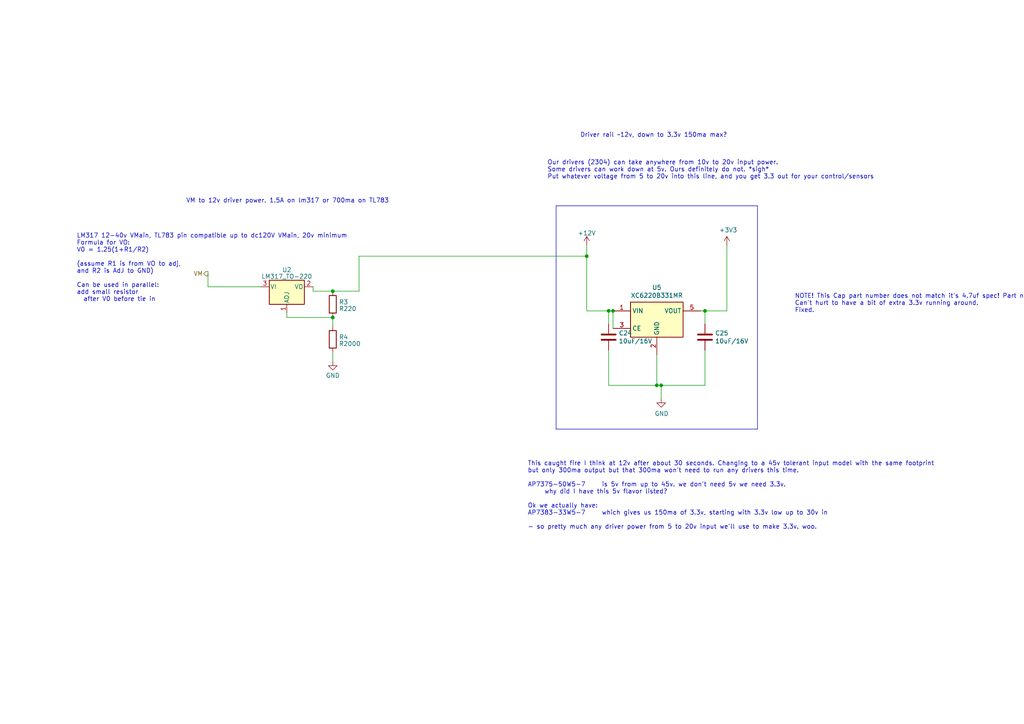
<source format=kicad_sch>
(kicad_sch (version 20230121) (generator eeschema)

  (uuid 7f158c77-240c-4d2a-bdf4-0faef377e7b5)

  (paper "A4")

  (title_block
    (title "DualBLDCPicoV3")
    (date "2021-12-01")
    (rev "3.0")
    (company "Fault Risk (originally Clemens Elflein)")
    (comment 1 "Creative Commons Attribution-NonCommercial-ShareAlike 4.0 International License.")
    (comment 2 "Licensed under ")
  )

  (lib_symbols
    (symbol "Device:C" (pin_numbers hide) (pin_names (offset 0.254)) (in_bom yes) (on_board yes)
      (property "Reference" "C" (at 0.635 2.54 0)
        (effects (font (size 1.27 1.27)) (justify left))
      )
      (property "Value" "C" (at 0.635 -2.54 0)
        (effects (font (size 1.27 1.27)) (justify left))
      )
      (property "Footprint" "" (at 0.9652 -3.81 0)
        (effects (font (size 1.27 1.27)) hide)
      )
      (property "Datasheet" "~" (at 0 0 0)
        (effects (font (size 1.27 1.27)) hide)
      )
      (property "ki_keywords" "cap capacitor" (at 0 0 0)
        (effects (font (size 1.27 1.27)) hide)
      )
      (property "ki_description" "Unpolarized capacitor" (at 0 0 0)
        (effects (font (size 1.27 1.27)) hide)
      )
      (property "ki_fp_filters" "C_*" (at 0 0 0)
        (effects (font (size 1.27 1.27)) hide)
      )
      (symbol "C_0_1"
        (polyline
          (pts
            (xy -2.032 -0.762)
            (xy 2.032 -0.762)
          )
          (stroke (width 0.508) (type default))
          (fill (type none))
        )
        (polyline
          (pts
            (xy -2.032 0.762)
            (xy 2.032 0.762)
          )
          (stroke (width 0.508) (type default))
          (fill (type none))
        )
      )
      (symbol "C_1_1"
        (pin passive line (at 0 3.81 270) (length 2.794)
          (name "~" (effects (font (size 1.27 1.27))))
          (number "1" (effects (font (size 1.27 1.27))))
        )
        (pin passive line (at 0 -3.81 90) (length 2.794)
          (name "~" (effects (font (size 1.27 1.27))))
          (number "2" (effects (font (size 1.27 1.27))))
        )
      )
    )
    (symbol "Device:R" (pin_numbers hide) (pin_names (offset 0)) (in_bom yes) (on_board yes)
      (property "Reference" "R" (at 2.032 0 90)
        (effects (font (size 1.27 1.27)))
      )
      (property "Value" "R" (at 0 0 90)
        (effects (font (size 1.27 1.27)))
      )
      (property "Footprint" "" (at -1.778 0 90)
        (effects (font (size 1.27 1.27)) hide)
      )
      (property "Datasheet" "~" (at 0 0 0)
        (effects (font (size 1.27 1.27)) hide)
      )
      (property "ki_keywords" "R res resistor" (at 0 0 0)
        (effects (font (size 1.27 1.27)) hide)
      )
      (property "ki_description" "Resistor" (at 0 0 0)
        (effects (font (size 1.27 1.27)) hide)
      )
      (property "ki_fp_filters" "R_*" (at 0 0 0)
        (effects (font (size 1.27 1.27)) hide)
      )
      (symbol "R_0_1"
        (rectangle (start -1.016 -2.54) (end 1.016 2.54)
          (stroke (width 0.254) (type default))
          (fill (type none))
        )
      )
      (symbol "R_1_1"
        (pin passive line (at 0 3.81 270) (length 1.27)
          (name "~" (effects (font (size 1.27 1.27))))
          (number "1" (effects (font (size 1.27 1.27))))
        )
        (pin passive line (at 0 -3.81 90) (length 1.27)
          (name "~" (effects (font (size 1.27 1.27))))
          (number "2" (effects (font (size 1.27 1.27))))
        )
      )
    )
    (symbol "Regulator_Linear:LM317_TO-220" (pin_names (offset 0.254)) (in_bom yes) (on_board yes)
      (property "Reference" "U" (at -3.81 3.175 0)
        (effects (font (size 1.27 1.27)))
      )
      (property "Value" "LM317_TO-220" (at 0 3.175 0)
        (effects (font (size 1.27 1.27)) (justify left))
      )
      (property "Footprint" "Package_TO_SOT_THT:TO-220-3_Vertical" (at 0 6.35 0)
        (effects (font (size 1.27 1.27) italic) hide)
      )
      (property "Datasheet" "http://www.ti.com/lit/ds/symlink/lm317.pdf" (at 0 0 0)
        (effects (font (size 1.27 1.27)) hide)
      )
      (property "ki_keywords" "Adjustable Voltage Regulator 1A Positive" (at 0 0 0)
        (effects (font (size 1.27 1.27)) hide)
      )
      (property "ki_description" "1.5A 35V Adjustable Linear Regulator, TO-220" (at 0 0 0)
        (effects (font (size 1.27 1.27)) hide)
      )
      (property "ki_fp_filters" "TO?220*" (at 0 0 0)
        (effects (font (size 1.27 1.27)) hide)
      )
      (symbol "LM317_TO-220_0_1"
        (rectangle (start -5.08 1.905) (end 5.08 -5.08)
          (stroke (width 0.254) (type default))
          (fill (type background))
        )
      )
      (symbol "LM317_TO-220_1_1"
        (pin input line (at 0 -7.62 90) (length 2.54)
          (name "ADJ" (effects (font (size 1.27 1.27))))
          (number "1" (effects (font (size 1.27 1.27))))
        )
        (pin power_out line (at 7.62 0 180) (length 2.54)
          (name "VO" (effects (font (size 1.27 1.27))))
          (number "2" (effects (font (size 1.27 1.27))))
        )
        (pin power_in line (at -7.62 0 0) (length 2.54)
          (name "VI" (effects (font (size 1.27 1.27))))
          (number "3" (effects (font (size 1.27 1.27))))
        )
      )
    )
    (symbol "Regulator_Linear:XC6220B331MR" (in_bom yes) (on_board yes)
      (property "Reference" "U" (at 0 8.89 0)
        (effects (font (size 1.27 1.27)))
      )
      (property "Value" "XC6220B331MR" (at 0 6.35 0)
        (effects (font (size 1.27 1.27)))
      )
      (property "Footprint" "Package_TO_SOT_SMD:SOT-23-5" (at 0 0 0)
        (effects (font (size 1.27 1.27)) hide)
      )
      (property "Datasheet" "https://www.torexsemi.com/file/xc6220/XC6220.pdf" (at 19.05 -25.4 0)
        (effects (font (size 1.27 1.27)) hide)
      )
      (property "ki_keywords" "LDO Voltage Regulator 1A" (at 0 0 0)
        (effects (font (size 1.27 1.27)) hide)
      )
      (property "ki_description" "1A, Low Drop-out Voltage Regulator, Fixed Output 3.3V, SOT-23-5" (at 0 0 0)
        (effects (font (size 1.27 1.27)) hide)
      )
      (property "ki_fp_filters" "SOT?23*" (at 0 0 0)
        (effects (font (size 1.27 1.27)) hide)
      )
      (symbol "XC6220B331MR_0_1"
        (rectangle (start -7.62 5.08) (end 7.62 -5.08)
          (stroke (width 0.254) (type default))
          (fill (type background))
        )
      )
      (symbol "XC6220B331MR_1_1"
        (pin power_in line (at -12.7 2.54 0) (length 5.08)
          (name "VIN" (effects (font (size 1.27 1.27))))
          (number "1" (effects (font (size 1.27 1.27))))
        )
        (pin power_in line (at 0 -10.16 90) (length 5.08)
          (name "GND" (effects (font (size 1.27 1.27))))
          (number "2" (effects (font (size 1.27 1.27))))
        )
        (pin input line (at -12.7 -2.54 0) (length 5.08)
          (name "CE" (effects (font (size 1.27 1.27))))
          (number "3" (effects (font (size 1.27 1.27))))
        )
        (pin no_connect line (at 12.7 -2.54 180) (length 5.08) hide
          (name "NC" (effects (font (size 1.27 1.27))))
          (number "4" (effects (font (size 1.27 1.27))))
        )
        (pin power_out line (at 12.7 2.54 180) (length 5.08)
          (name "VOUT" (effects (font (size 1.27 1.27))))
          (number "5" (effects (font (size 1.27 1.27))))
        )
      )
    )
    (symbol "power:+12V" (power) (pin_names (offset 0)) (in_bom yes) (on_board yes)
      (property "Reference" "#PWR" (at 0 -3.81 0)
        (effects (font (size 1.27 1.27)) hide)
      )
      (property "Value" "+12V" (at 0 3.556 0)
        (effects (font (size 1.27 1.27)))
      )
      (property "Footprint" "" (at 0 0 0)
        (effects (font (size 1.27 1.27)) hide)
      )
      (property "Datasheet" "" (at 0 0 0)
        (effects (font (size 1.27 1.27)) hide)
      )
      (property "ki_keywords" "global power" (at 0 0 0)
        (effects (font (size 1.27 1.27)) hide)
      )
      (property "ki_description" "Power symbol creates a global label with name \"+12V\"" (at 0 0 0)
        (effects (font (size 1.27 1.27)) hide)
      )
      (symbol "+12V_0_1"
        (polyline
          (pts
            (xy -0.762 1.27)
            (xy 0 2.54)
          )
          (stroke (width 0) (type default))
          (fill (type none))
        )
        (polyline
          (pts
            (xy 0 0)
            (xy 0 2.54)
          )
          (stroke (width 0) (type default))
          (fill (type none))
        )
        (polyline
          (pts
            (xy 0 2.54)
            (xy 0.762 1.27)
          )
          (stroke (width 0) (type default))
          (fill (type none))
        )
      )
      (symbol "+12V_1_1"
        (pin power_in line (at 0 0 90) (length 0) hide
          (name "+12V" (effects (font (size 1.27 1.27))))
          (number "1" (effects (font (size 1.27 1.27))))
        )
      )
    )
    (symbol "power:+3.3V" (power) (pin_names (offset 0)) (in_bom yes) (on_board yes)
      (property "Reference" "#PWR" (at 0 -3.81 0)
        (effects (font (size 1.27 1.27)) hide)
      )
      (property "Value" "+3.3V" (at 0 3.556 0)
        (effects (font (size 1.27 1.27)))
      )
      (property "Footprint" "" (at 0 0 0)
        (effects (font (size 1.27 1.27)) hide)
      )
      (property "Datasheet" "" (at 0 0 0)
        (effects (font (size 1.27 1.27)) hide)
      )
      (property "ki_keywords" "power-flag" (at 0 0 0)
        (effects (font (size 1.27 1.27)) hide)
      )
      (property "ki_description" "Power symbol creates a global label with name \"+3.3V\"" (at 0 0 0)
        (effects (font (size 1.27 1.27)) hide)
      )
      (symbol "+3.3V_0_1"
        (polyline
          (pts
            (xy -0.762 1.27)
            (xy 0 2.54)
          )
          (stroke (width 0) (type default))
          (fill (type none))
        )
        (polyline
          (pts
            (xy 0 0)
            (xy 0 2.54)
          )
          (stroke (width 0) (type default))
          (fill (type none))
        )
        (polyline
          (pts
            (xy 0 2.54)
            (xy 0.762 1.27)
          )
          (stroke (width 0) (type default))
          (fill (type none))
        )
      )
      (symbol "+3.3V_1_1"
        (pin power_in line (at 0 0 90) (length 0) hide
          (name "+3V3" (effects (font (size 1.27 1.27))))
          (number "1" (effects (font (size 1.27 1.27))))
        )
      )
    )
    (symbol "power:GND" (power) (pin_names (offset 0)) (in_bom yes) (on_board yes)
      (property "Reference" "#PWR" (at 0 -6.35 0)
        (effects (font (size 1.27 1.27)) hide)
      )
      (property "Value" "GND" (at 0 -3.81 0)
        (effects (font (size 1.27 1.27)))
      )
      (property "Footprint" "" (at 0 0 0)
        (effects (font (size 1.27 1.27)) hide)
      )
      (property "Datasheet" "" (at 0 0 0)
        (effects (font (size 1.27 1.27)) hide)
      )
      (property "ki_keywords" "power-flag" (at 0 0 0)
        (effects (font (size 1.27 1.27)) hide)
      )
      (property "ki_description" "Power symbol creates a global label with name \"GND\" , ground" (at 0 0 0)
        (effects (font (size 1.27 1.27)) hide)
      )
      (symbol "GND_0_1"
        (polyline
          (pts
            (xy 0 0)
            (xy 0 -1.27)
            (xy 1.27 -1.27)
            (xy 0 -2.54)
            (xy -1.27 -1.27)
            (xy 0 -1.27)
          )
          (stroke (width 0) (type default))
          (fill (type none))
        )
      )
      (symbol "GND_1_1"
        (pin power_in line (at 0 0 270) (length 0) hide
          (name "GND" (effects (font (size 1.27 1.27))))
          (number "1" (effects (font (size 1.27 1.27))))
        )
      )
    )
  )

  (junction (at 177.8 90.17) (diameter 0) (color 0 0 0 0)
    (uuid 0aa388e8-0368-47da-8922-e2c6652210ad)
  )
  (junction (at 96.52 92.075) (diameter 0) (color 0 0 0 0)
    (uuid 47398535-c8f2-4de5-a5f9-19e31c866b07)
  )
  (junction (at 96.52 84.455) (diameter 0) (color 0 0 0 0)
    (uuid 4cc1800c-4f1d-4259-ab9e-8893246f8ecf)
  )
  (junction (at 204.47 90.17) (diameter 0) (color 0 0 0 0)
    (uuid 4f9c38ae-0547-4659-9961-2de216dd1b30)
  )
  (junction (at 170.18 74.295) (diameter 0) (color 0 0 0 0)
    (uuid 54a811c7-8c11-48ba-85e0-586170949830)
  )
  (junction (at 190.5 111.76) (diameter 0) (color 0 0 0 0)
    (uuid 6a72fc66-8cbf-45a7-9b26-ee1c3c839c5a)
  )
  (junction (at 191.77 111.76) (diameter 0) (color 0 0 0 0)
    (uuid 6e1c19a7-df4e-4aae-b321-4bce1d6c0845)
  )
  (junction (at 176.53 90.17) (diameter 0) (color 0 0 0 0)
    (uuid 77b0a3f4-7e84-4b51-a389-dae117d45c90)
  )

  (wire (pts (xy 176.53 111.76) (xy 176.53 101.6))
    (stroke (width 0) (type default))
    (uuid 001b2fc7-a6b8-48f0-8538-d3fb03b1c196)
  )
  (wire (pts (xy 90.805 84.455) (xy 90.805 83.185))
    (stroke (width 0) (type default))
    (uuid 010e857a-0e77-44ce-baf3-895ae811f10a)
  )
  (wire (pts (xy 204.47 111.76) (xy 204.47 101.6))
    (stroke (width 0) (type default))
    (uuid 058124c5-19b6-40e4-bb59-e1a2927e50b4)
  )
  (wire (pts (xy 170.18 71.12) (xy 170.18 74.295))
    (stroke (width 0) (type default))
    (uuid 0683dce5-f0c7-4b17-834f-c8000306553a)
  )
  (wire (pts (xy 177.8 95.25) (xy 177.8 90.17))
    (stroke (width 0) (type default))
    (uuid 06f1f626-016a-4538-9166-460a6bbd21d1)
  )
  (wire (pts (xy 191.77 111.76) (xy 204.47 111.76))
    (stroke (width 0) (type default))
    (uuid 07bc1733-935e-4892-815c-e7c1e6af6da7)
  )
  (polyline (pts (xy 219.71 59.69) (xy 161.29 59.69))
    (stroke (width 0) (type default))
    (uuid 0cea58b1-1a69-4bc1-94da-d0b740ae1a61)
  )

  (wire (pts (xy 170.18 74.295) (xy 170.18 90.17))
    (stroke (width 0) (type default))
    (uuid 0e252dea-b77f-46d7-9970-5d8eebd64c81)
  )
  (wire (pts (xy 96.52 84.455) (xy 90.805 84.455))
    (stroke (width 0) (type default))
    (uuid 23c76e65-ac4f-4b76-8688-f35aa109334c)
  )
  (wire (pts (xy 83.185 90.805) (xy 83.185 92.075))
    (stroke (width 0) (type default))
    (uuid 3286214e-8cab-4de8-ab9f-b17c30a5a714)
  )
  (wire (pts (xy 60.325 83.185) (xy 75.565 83.185))
    (stroke (width 0) (type default))
    (uuid 33986146-5f96-45f1-90aa-da71f9b93de4)
  )
  (wire (pts (xy 83.185 92.075) (xy 96.52 92.075))
    (stroke (width 0) (type default))
    (uuid 3ab3152d-8e97-49ed-8a5c-f04265bcb035)
  )
  (wire (pts (xy 191.77 115.57) (xy 191.77 111.76))
    (stroke (width 0) (type default))
    (uuid 3fec39b5-09b3-4ae4-b3a0-7a92c00722fe)
  )
  (wire (pts (xy 176.53 93.98) (xy 176.53 90.17))
    (stroke (width 0) (type default))
    (uuid 48eda606-fef8-4cc8-ad6b-8364f9a6f59f)
  )
  (wire (pts (xy 104.14 84.455) (xy 96.52 84.455))
    (stroke (width 0) (type default))
    (uuid 4b74f7ad-262a-43fc-8218-b1ba92a7cabd)
  )
  (wire (pts (xy 104.14 74.295) (xy 104.14 84.455))
    (stroke (width 0) (type default))
    (uuid 5230cae9-d776-4104-9bd5-20018e93848c)
  )
  (wire (pts (xy 96.52 92.075) (xy 96.52 94.615))
    (stroke (width 0) (type default))
    (uuid 58c66186-ef88-4d7a-bb00-a1644edc650a)
  )
  (wire (pts (xy 60.325 79.375) (xy 60.325 83.185))
    (stroke (width 0) (type default))
    (uuid 5f10fff8-3c77-496d-a7aa-dd93fd45218a)
  )
  (wire (pts (xy 203.2 90.17) (xy 204.47 90.17))
    (stroke (width 0) (type default))
    (uuid 61c706ee-9d40-4383-968e-c4b90097e799)
  )
  (wire (pts (xy 190.5 102.87) (xy 190.5 111.76))
    (stroke (width 0) (type default))
    (uuid 6b5f36ea-0409-4e0b-ac6b-f574c5d748b7)
  )
  (wire (pts (xy 191.77 111.76) (xy 190.5 111.76))
    (stroke (width 0) (type default))
    (uuid 6d09d230-9d9b-4f56-955a-9a4b4f105a4b)
  )
  (wire (pts (xy 210.82 90.17) (xy 210.82 71.12))
    (stroke (width 0) (type default))
    (uuid 6e0c60b6-0aca-445d-8546-889699371c2e)
  )
  (wire (pts (xy 96.52 102.235) (xy 96.52 104.775))
    (stroke (width 0) (type default))
    (uuid 844a8a42-8a95-4582-9279-add8ea59291a)
  )
  (polyline (pts (xy 219.71 124.46) (xy 219.71 59.69))
    (stroke (width 0) (type default))
    (uuid 86df7dc3-dac1-4c86-8630-7da4026848b7)
  )

  (wire (pts (xy 204.47 90.17) (xy 210.82 90.17))
    (stroke (width 0) (type default))
    (uuid 9bc38002-302a-4032-a287-6dcbbeedccdd)
  )
  (wire (pts (xy 176.53 90.17) (xy 177.8 90.17))
    (stroke (width 0) (type default))
    (uuid ac4b9e81-d073-4185-b871-9b84cc0729d6)
  )
  (wire (pts (xy 104.14 74.295) (xy 170.18 74.295))
    (stroke (width 0) (type default))
    (uuid b91f12a7-0fd1-4ec4-ac84-ba90eb85161f)
  )
  (wire (pts (xy 204.47 93.98) (xy 204.47 90.17))
    (stroke (width 0) (type default))
    (uuid d572599c-d288-4803-90df-b8ea553252d0)
  )
  (polyline (pts (xy 161.29 59.69) (xy 161.29 124.46))
    (stroke (width 0) (type default))
    (uuid da16de70-aca5-42d2-8bd7-f0008c18c9f9)
  )
  (polyline (pts (xy 161.29 124.46) (xy 219.71 124.46))
    (stroke (width 0) (type default))
    (uuid def582bd-912f-4d18-9891-685b277a4c3f)
  )

  (wire (pts (xy 190.5 111.76) (xy 176.53 111.76))
    (stroke (width 0) (type default))
    (uuid e217b02f-86e9-4644-9853-f3b979d54854)
  )
  (wire (pts (xy 176.53 90.17) (xy 170.18 90.17))
    (stroke (width 0) (type default))
    (uuid fd308154-877d-405f-aebb-0fa2b0011663)
  )

  (text "Driver rail ~12v, down to 3.3v 150ma max?" (at 168.275 40.005 0)
    (effects (font (size 1.27 1.27)) (justify left bottom))
    (uuid 12d46023-7847-4407-9380-6103a0748c13)
  )
  (text "This caught fire I think at 12v after about 30 seconds. Changing to a 45v tolerant input model with the same footprint\nbut only 300ma output but that 300ma won't need to run any drivers this time.\n	\nAP7375-50W5-7     is 5v from up to 45v. we don't need 5v we need 3.3v. \n     why did I have this 5v flavor listed?\n\nOk we actually have:\nAP7383-33W5-7     which gives us 150ma of 3.3v, starting with 3.3v low up to 30v in\n\n- so pretty much any driver power from 5 to 20v input we'll use to make 3.3v. woo."
    (at 153.035 153.67 0)
    (effects (font (size 1.27 1.27)) (justify left bottom))
    (uuid 6ee4a083-fd00-478a-af9d-793b9fce6b60)
  )
  (text "NOTE! This Cap part number does not match it's 4.7uf spec! Part number is for 10uf. \nCan't hurt to have a bit of extra 3.3v running around. \nFixed."
    (at 230.505 90.805 0)
    (effects (font (size 1.27 1.27)) (justify left bottom))
    (uuid b33b93c8-971b-4798-bf32-96c62122c85b)
  )
  (text "VM to 12v driver power. 1.5A on lm317 or 700ma on TL783"
    (at 53.975 59.055 0)
    (effects (font (size 1.27 1.27)) (justify left bottom))
    (uuid b934b2c1-a5f3-46fa-ae8b-d70374bd4fd7)
  )
  (text "Our drivers (2304) can take anywhere from 10v to 20v input power.\nSome drivers can work down at 5v. Ours definitely do not. *sigh*\nPut whatever voltage from 5 to 20v into this line, and you get 3.3 out for your control/sensors"
    (at 158.75 52.07 0)
    (effects (font (size 1.27 1.27)) (justify left bottom))
    (uuid c15010c7-d1d1-4a6f-9028-a7f206c0bb32)
  )
  (text "LM317 12-40v VMain, TL783 pin compatible up to dc120V VMain, 20v minimum\nFormula for VO:\nV0 = 1.25(1+R1/R2)\n\n(assume R1 is from VO to adj, \nand R2 is AdJ to GND)\n\nCan be used in parallel:\nadd small resistor\n  after V0 before tie in"
    (at 22.225 87.63 0)
    (effects (font (size 1.27 1.27)) (justify left bottom))
    (uuid e6ecf52c-1b9c-46e5-8da8-7c67cf16d035)
  )

  (hierarchical_label "VM" (shape output) (at 60.325 79.375 180) (fields_autoplaced)
    (effects (font (size 1.27 1.27)) (justify right))
    (uuid e1778727-62b1-4fca-b22e-e7eace997dc8)
  )

  (symbol (lib_id "power:+3.3V") (at 210.82 71.12 0) (unit 1)
    (in_bom yes) (on_board yes) (dnp no)
    (uuid 00000000-0000-0000-0000-000061dbd9c5)
    (property "Reference" "#PWR035" (at 210.82 74.93 0)
      (effects (font (size 1.27 1.27)) hide)
    )
    (property "Value" "+3.3V" (at 211.201 66.7258 0)
      (effects (font (size 1.27 1.27)))
    )
    (property "Footprint" "" (at 210.82 71.12 0)
      (effects (font (size 1.27 1.27)) hide)
    )
    (property "Datasheet" "" (at 210.82 71.12 0)
      (effects (font (size 1.27 1.27)) hide)
    )
    (pin "1" (uuid 2e8407c2-3509-46d1-a1cf-b0dfe806b775))
    (instances
      (project "2xBLDCPicoV3"
        (path "/f1d82565-2f45-4436-9c4d-3203604bc842/00000000-0000-0000-0000-000061e7227a"
          (reference "#PWR035") (unit 1)
        )
      )
    )
  )

  (symbol (lib_id "Device:C") (at 176.53 97.79 0) (unit 1)
    (in_bom yes) (on_board yes) (dnp no)
    (uuid 00000000-0000-0000-0000-000061e808d2)
    (property "Reference" "C24" (at 179.451 96.6216 0)
      (effects (font (size 1.27 1.27)) (justify left))
    )
    (property "Value" "10uF{slash}16V" (at 179.451 98.933 0)
      (effects (font (size 1.27 1.27)) (justify left))
    )
    (property "Footprint" "Capacitor_SMD:C_0603_1608Metric" (at 177.4952 101.6 0)
      (effects (font (size 1.27 1.27)) hide)
    )
    (property "Datasheet" "~" (at 176.53 97.79 0)
      (effects (font (size 1.27 1.27)) hide)
    )
    (property "Digikey" "1276-1096-2-ND" (at 176.53 97.79 0)
      (effects (font (size 1.27 1.27)) hide)
    )
    (property "Part Number" "CL21A106KOQNNNE" (at 176.53 97.79 0)
      (effects (font (size 1.27 1.27)) hide)
    )
    (property "Stock_PN" "C-0603-10uF-16V" (at 176.53 97.79 0)
      (effects (font (size 1.27 1.27)) hide)
    )
    (pin "1" (uuid a110d974-b796-42dc-85cc-c2f8c32cdafd))
    (pin "2" (uuid 14a76fd4-e6f8-41c4-8dad-cf6f558f9732))
    (instances
      (project "2xBLDCPicoV3"
        (path "/f1d82565-2f45-4436-9c4d-3203604bc842/00000000-0000-0000-0000-000061e7227a"
          (reference "C24") (unit 1)
        )
      )
    )
  )

  (symbol (lib_id "power:GND") (at 191.77 115.57 0) (unit 1)
    (in_bom yes) (on_board yes) (dnp no)
    (uuid 00000000-0000-0000-0000-000061e808e0)
    (property "Reference" "#PWR034" (at 191.77 121.92 0)
      (effects (font (size 1.27 1.27)) hide)
    )
    (property "Value" "GND" (at 191.897 119.9642 0)
      (effects (font (size 1.27 1.27)))
    )
    (property "Footprint" "" (at 191.77 115.57 0)
      (effects (font (size 1.27 1.27)) hide)
    )
    (property "Datasheet" "" (at 191.77 115.57 0)
      (effects (font (size 1.27 1.27)) hide)
    )
    (pin "1" (uuid ce1a4b48-f973-4a92-afdf-a46d27e0cb49))
    (instances
      (project "2xBLDCPicoV3"
        (path "/f1d82565-2f45-4436-9c4d-3203604bc842/00000000-0000-0000-0000-000061e7227a"
          (reference "#PWR034") (unit 1)
        )
      )
    )
  )

  (symbol (lib_id "Regulator_Linear:XC6220B331MR") (at 190.5 92.71 0) (unit 1)
    (in_bom yes) (on_board yes) (dnp no)
    (uuid 00000000-0000-0000-0000-000062018de5)
    (property "Reference" "U5" (at 190.5 83.3882 0)
      (effects (font (size 1.27 1.27)))
    )
    (property "Value" "XC6220B331MR" (at 190.5 85.6996 0)
      (effects (font (size 1.27 1.27)))
    )
    (property "Footprint" "Package_TO_SOT_SMD:SOT-23-5" (at 190.5 92.71 0)
      (effects (font (size 1.27 1.27)) hide)
    )
    (property "Datasheet" "https://www.torexsemi.com/file/xc6220/XC6220.pdf" (at 209.55 118.11 0)
      (effects (font (size 1.27 1.27)) hide)
    )
    (property "Part Number" "XC6220B331MR" (at 190.5 92.71 0)
      (effects (font (size 1.27 1.27)) hide)
    )
    (property "Digikey" "893-1133-1-ND" (at 190.5 92.71 0)
      (effects (font (size 1.27 1.27)) hide)
    )
    (property "LCSC" "C86534" (at 190.5 92.71 0)
      (effects (font (size 1.27 1.27)) hide)
    )
    (property "Stock_PN" "U-XC6220B331MR" (at 190.5 92.71 0)
      (effects (font (size 1.27 1.27)) hide)
    )
    (pin "1" (uuid fcfcf9de-da88-4d1f-851c-bc4477644e6e))
    (pin "2" (uuid fec6e12c-8f0f-48d2-a85b-562a4237d1ad))
    (pin "3" (uuid 813d825c-9621-4c82-b200-473ec81fcd39))
    (pin "4" (uuid 3acdf21e-2676-4213-afbc-4b97e96301dd))
    (pin "5" (uuid 766d7696-95fd-4d5c-88e2-3acab344b322))
    (instances
      (project "2xBLDCPicoV3"
        (path "/f1d82565-2f45-4436-9c4d-3203604bc842/00000000-0000-0000-0000-000061e7227a"
          (reference "U5") (unit 1)
        )
      )
    )
  )

  (symbol (lib_id "Device:R") (at 96.52 88.265 0) (unit 1)
    (in_bom yes) (on_board yes) (dnp no) (fields_autoplaced)
    (uuid 5382f7d7-d943-4351-99dc-7d1e2a28d46b)
    (property "Reference" "R3" (at 98.298 87.6213 0)
      (effects (font (size 1.27 1.27)) (justify left))
    )
    (property "Value" "R220" (at 98.298 89.5423 0)
      (effects (font (size 1.27 1.27)) (justify left))
    )
    (property "Footprint" "" (at 94.742 88.265 90)
      (effects (font (size 1.27 1.27)) hide)
    )
    (property "Datasheet" "~" (at 96.52 88.265 0)
      (effects (font (size 1.27 1.27)) hide)
    )
    (pin "1" (uuid 3ed907b7-394d-4b20-a68b-4234985d00ea))
    (pin "2" (uuid 6ddccd67-2983-46f6-84d1-cf0bfc925969))
    (instances
      (project "AutomowerPowerBoard"
        (path "/e9525b61-3c6d-4f8e-87fe-ea3383f3a45b"
          (reference "R3") (unit 1)
        )
      )
      (project "2xBLDCPicoV3"
        (path "/f1d82565-2f45-4436-9c4d-3203604bc842/00000000-0000-0000-0000-000061e7227a"
          (reference "R27") (unit 1)
        )
      )
    )
  )

  (symbol (lib_id "power:+12V") (at 170.18 71.12 0) (unit 1)
    (in_bom yes) (on_board yes) (dnp no) (fields_autoplaced)
    (uuid 67af4adf-d02e-403a-aaa5-b4d47a96a8c6)
    (property "Reference" "#PWR06" (at 170.18 74.93 0)
      (effects (font (size 1.27 1.27)) hide)
    )
    (property "Value" "+12V" (at 170.18 67.6181 0)
      (effects (font (size 1.27 1.27)))
    )
    (property "Footprint" "" (at 170.18 71.12 0)
      (effects (font (size 1.27 1.27)) hide)
    )
    (property "Datasheet" "" (at 170.18 71.12 0)
      (effects (font (size 1.27 1.27)) hide)
    )
    (pin "1" (uuid 0043452f-ff69-40b3-a83e-d14f0372138b))
    (instances
      (project "2xBLDCPicoV3"
        (path "/f1d82565-2f45-4436-9c4d-3203604bc842/00000000-0000-0000-0000-000061e7227a"
          (reference "#PWR06") (unit 1)
        )
      )
    )
  )

  (symbol (lib_id "Device:C") (at 204.47 97.79 0) (unit 1)
    (in_bom yes) (on_board yes) (dnp no)
    (uuid 6c7a9801-3387-4fa6-ac74-fb6a0114bfa0)
    (property "Reference" "C25" (at 207.391 96.6216 0)
      (effects (font (size 1.27 1.27)) (justify left))
    )
    (property "Value" "10uF{slash}16V" (at 207.391 98.933 0)
      (effects (font (size 1.27 1.27)) (justify left))
    )
    (property "Footprint" "Capacitor_SMD:C_0603_1608Metric" (at 205.4352 101.6 0)
      (effects (font (size 1.27 1.27)) hide)
    )
    (property "Datasheet" "~" (at 204.47 97.79 0)
      (effects (font (size 1.27 1.27)) hide)
    )
    (property "Digikey" "1276-1096-2-ND" (at 204.47 97.79 0)
      (effects (font (size 1.27 1.27)) hide)
    )
    (property "Part Number" "CL21A106KOQNNNE" (at 204.47 97.79 0)
      (effects (font (size 1.27 1.27)) hide)
    )
    (property "Stock_PN" "C-0603-10uF-16V" (at 204.47 97.79 0)
      (effects (font (size 1.27 1.27)) hide)
    )
    (pin "1" (uuid 13344b45-a1a2-4fc2-907e-307893543bbd))
    (pin "2" (uuid 0649b312-dbe2-4141-afb7-d17b4ce87f45))
    (instances
      (project "2xBLDCPicoV3"
        (path "/f1d82565-2f45-4436-9c4d-3203604bc842/00000000-0000-0000-0000-000061e7227a"
          (reference "C25") (unit 1)
        )
      )
    )
  )

  (symbol (lib_id "Regulator_Linear:LM317_TO-220") (at 83.185 83.185 0) (unit 1)
    (in_bom yes) (on_board yes) (dnp no) (fields_autoplaced)
    (uuid a33da2d2-a8d2-4269-b4ab-63ea7da6eaad)
    (property "Reference" "U2" (at 83.185 78.2701 0)
      (effects (font (size 1.27 1.27)))
    )
    (property "Value" "LM317_TO-220" (at 83.185 80.1911 0)
      (effects (font (size 1.27 1.27)))
    )
    (property "Footprint" "Package_TO_SOT_THT:TO-220-3_Vertical" (at 83.185 76.835 0)
      (effects (font (size 1.27 1.27) italic) hide)
    )
    (property "Datasheet" "http://www.ti.com/lit/ds/symlink/lm317.pdf" (at 83.185 83.185 0)
      (effects (font (size 1.27 1.27)) hide)
    )
    (pin "1" (uuid e12b9123-4485-49fc-8e53-bc604bae59c9))
    (pin "2" (uuid c3131d93-a0cf-4efe-a25b-c037c936b0d4))
    (pin "3" (uuid 3b1a8fe0-83d4-4be3-abc9-9be87a59f47b))
    (instances
      (project "AutomowerPowerBoard"
        (path "/e9525b61-3c6d-4f8e-87fe-ea3383f3a45b"
          (reference "U2") (unit 1)
        )
      )
      (project "2xBLDCPicoV3"
        (path "/f1d82565-2f45-4436-9c4d-3203604bc842/00000000-0000-0000-0000-000061e7227a"
          (reference "U11") (unit 1)
        )
      )
    )
  )

  (symbol (lib_id "power:GND") (at 96.52 104.775 0) (unit 1)
    (in_bom yes) (on_board yes) (dnp no) (fields_autoplaced)
    (uuid a8d33a78-445b-433c-ae3c-0596a37491a7)
    (property "Reference" "#PWR08" (at 96.52 111.125 0)
      (effects (font (size 1.27 1.27)) hide)
    )
    (property "Value" "GND" (at 96.52 108.9105 0)
      (effects (font (size 1.27 1.27)))
    )
    (property "Footprint" "" (at 96.52 104.775 0)
      (effects (font (size 1.27 1.27)) hide)
    )
    (property "Datasheet" "" (at 96.52 104.775 0)
      (effects (font (size 1.27 1.27)) hide)
    )
    (pin "1" (uuid 26cb30fa-d099-49c0-8838-50420b549fff))
    (instances
      (project "AutomowerPowerBoard"
        (path "/e9525b61-3c6d-4f8e-87fe-ea3383f3a45b"
          (reference "#PWR08") (unit 1)
        )
      )
      (project "2xBLDCPicoV3"
        (path "/f1d82565-2f45-4436-9c4d-3203604bc842/00000000-0000-0000-0000-000061e7227a"
          (reference "#PWR050") (unit 1)
        )
      )
    )
  )

  (symbol (lib_id "Device:R") (at 96.52 98.425 0) (unit 1)
    (in_bom yes) (on_board yes) (dnp no) (fields_autoplaced)
    (uuid c30b5be2-dbb6-40f1-bf7e-375f793aab4b)
    (property "Reference" "R4" (at 98.298 97.7813 0)
      (effects (font (size 1.27 1.27)) (justify left))
    )
    (property "Value" "R2000" (at 98.298 99.7023 0)
      (effects (font (size 1.27 1.27)) (justify left))
    )
    (property "Footprint" "" (at 94.742 98.425 90)
      (effects (font (size 1.27 1.27)) hide)
    )
    (property "Datasheet" "~" (at 96.52 98.425 0)
      (effects (font (size 1.27 1.27)) hide)
    )
    (pin "1" (uuid 34be4e8c-62ec-4661-a63d-cbef03d468cb))
    (pin "2" (uuid 9f03acda-6fa2-4db7-ba07-0641d4c868bb))
    (instances
      (project "AutomowerPowerBoard"
        (path "/e9525b61-3c6d-4f8e-87fe-ea3383f3a45b"
          (reference "R4") (unit 1)
        )
      )
      (project "2xBLDCPicoV3"
        (path "/f1d82565-2f45-4436-9c4d-3203604bc842/00000000-0000-0000-0000-000061e7227a"
          (reference "R28") (unit 1)
        )
      )
    )
  )
)

</source>
